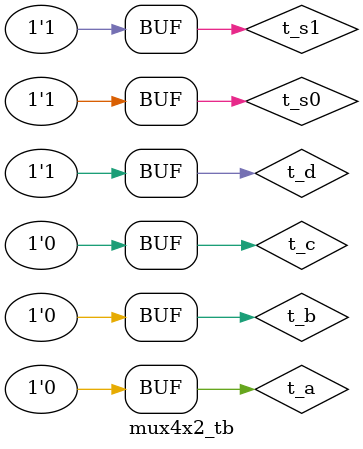
<source format=v>
`timescale 1ns/1ns

module mux4x2_tb;

wire t_out;

reg t_a, t_b, t_c, t_d, t_s1, t_s0;

mux4_mux2 my_mux4( .i0(t_a), .i1(t_b), .i2(t_c), .i3(t_d), .s1(t_s1), .s0(t_s0), .out(t_out) );

initial

begin
$dumpfile("mux.vcd");
$dumpvars(0,mux4x2_tb);

#5 // 1

t_a = 1'b0; t_b = 1'b0; t_c = 1'b0; t_d = 1'b0; t_s0 = 1'b0; t_s1 = 1'b0;

#5 //2

t_a = 1'b1; t_b = 1'b0; t_c = 1'b0; t_d = 1'b0; t_s0 = 1'b0; t_s1 = 1'b0;

#5 //3

t_a = 1'b0; t_b = 1'b0; t_c = 1'b0; t_d = 1'b0; t_s0 = 1'b0; t_s1 = 1'b1;

#5 //4

t_a = 1'b0; t_b = 1'b1; t_c = 1'b0; t_d = 1'b0; t_s0 = 1'b0; t_s1 = 1'b1;

#5 //5

t_a = 1'b0; t_b = 1'b0; t_c = 1'b0; t_d = 1'b0; t_s0 = 1'b1; t_s1 = 1'b0;

#5 //6

t_a = 1'b0; t_b = 1'b0; t_c = 1'b1; t_d = 1'b0; t_s0 = 1'b1; t_s1 = 1'b0;

#5 //7

t_a = 1'b0; t_b = 1'b0; t_c = 1'b0; t_d = 1'b0; t_s0 = 1'b1; t_s1 = 1'b1;

#5 //8

t_a = 1'b0; t_b = 1'b0; t_c = 1'b0; t_d = 1'b1; t_s0 = 1'b1; t_s1 = 1'b1;

end

endmodule

</source>
